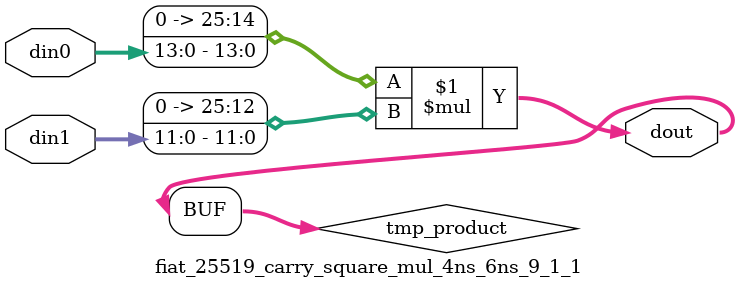
<source format=v>

`timescale 1 ns / 1 ps

  module fiat_25519_carry_square_mul_4ns_6ns_9_1_1(din0, din1, dout);
parameter ID = 1;
parameter NUM_STAGE = 0;
parameter din0_WIDTH = 14;
parameter din1_WIDTH = 12;
parameter dout_WIDTH = 26;

input [din0_WIDTH - 1 : 0] din0; 
input [din1_WIDTH - 1 : 0] din1; 
output [dout_WIDTH - 1 : 0] dout;

wire signed [dout_WIDTH - 1 : 0] tmp_product;










assign tmp_product = $signed({1'b0, din0}) * $signed({1'b0, din1});











assign dout = tmp_product;







endmodule

</source>
